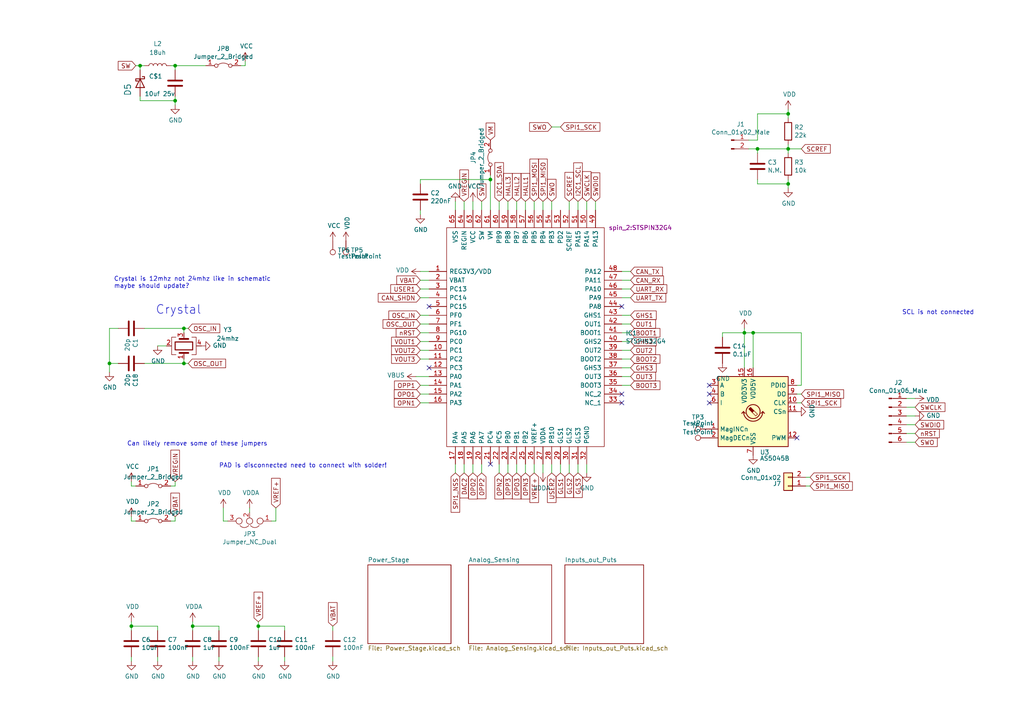
<source format=kicad_sch>
(kicad_sch (version 20221004) (generator eeschema)
  (paper "A4")
  (lib_symbols
    (symbol "Connector:Conn_01x02_Male" (pin_names (offset 1.016) hide)
      (property "Reference" "J" (at 0 2.54 0))
      (property "Value" "Conn_01x02_Male" (at 0 -5.08 0))
      (symbol "Conn_01x02_Male_1_1"
        (polyline (pts (xy 1.27 -2.54) (xy 0.8636 -2.54)) (stroke (width 0.1524)))
        (polyline (pts (xy 1.27 0) (xy 0.8636 0)) (stroke (width 0.1524)))
        (rectangle (start 0.8636 -2.413) (end 0 -2.667) (stroke (width 0.1524)) (fill (type outline)))
        (rectangle (start 0.8636 0.127) (end 0 -0.127) (stroke (width 0.1524)) (fill (type outline)))
        (pin passive line (at 5.08 0 180) (length 3.81) (name "Pin_1") (number "1"))
        (pin passive line (at 5.08 -2.54 180) (length 3.81) (name "Pin_2") (number "2"))
      )
    )
    (symbol "Connector:Conn_01x06_Male" (pin_names (offset 1.016) hide)
      (property "Reference" "J" (at 0 7.62 0))
      (property "Value" "Conn_01x06_Male" (at 0 -10.16 0))
      (symbol "Conn_01x06_Male_1_1"
        (polyline (pts (xy 1.27 -7.62) (xy 0.8636 -7.62)) (stroke (width 0.1524)))
        (polyline (pts (xy 1.27 -5.08) (xy 0.8636 -5.08)) (stroke (width 0.1524)))
        (polyline (pts (xy 1.27 -2.54) (xy 0.8636 -2.54)) (stroke (width 0.1524)))
        (polyline (pts (xy 1.27 0) (xy 0.8636 0)) (stroke (width 0.1524)))
        (polyline (pts (xy 1.27 2.54) (xy 0.8636 2.54)) (stroke (width 0.1524)))
        (polyline (pts (xy 1.27 5.08) (xy 0.8636 5.08)) (stroke (width 0.1524)))
        (rectangle (start 0.8636 -7.493) (end 0 -7.747) (stroke (width 0.1524)) (fill (type outline)))
        (rectangle (start 0.8636 -4.953) (end 0 -5.207) (stroke (width 0.1524)) (fill (type outline)))
        (rectangle (start 0.8636 -2.413) (end 0 -2.667) (stroke (width 0.1524)) (fill (type outline)))
        (rectangle (start 0.8636 0.127) (end 0 -0.127) (stroke (width 0.1524)) (fill (type outline)))
        (rectangle (start 0.8636 2.667) (end 0 2.413) (stroke (width 0.1524)) (fill (type outline)))
        (rectangle (start 0.8636 5.207) (end 0 4.953) (stroke (width 0.1524)) (fill (type outline)))
        (pin passive line (at 5.08 5.08 180) (length 3.81) (name "Pin_1") (number "1"))
        (pin passive line (at 5.08 2.54 180) (length 3.81) (name "Pin_2") (number "2"))
        (pin passive line (at 5.08 0 180) (length 3.81) (name "Pin_3") (number "3"))
        (pin passive line (at 5.08 -2.54 180) (length 3.81) (name "Pin_4") (number "4"))
        (pin passive line (at 5.08 -5.08 180) (length 3.81) (name "Pin_5") (number "5"))
        (pin passive line (at 5.08 -7.62 180) (length 3.81) (name "Pin_6") (number "6"))
      )
    )
    (symbol "Connector:TestPoint" (pin_numbers hide) (pin_names (offset 0.762) hide)
      (property "Reference" "TP" (at 0 6.858 0))
      (property "Value" "TestPoint" (at 0 5.08 0))
      (symbol "TestPoint_0_1"
        (circle (center 0 3.302) (radius 0.762))
      )
      (symbol "TestPoint_1_1"
        (pin passive line (at 0 0 90) (length 2.54) (name "1") (number "1"))
      )
    )
    (symbol "Connector_Generic:Conn_01x02" (pin_names (offset 1.016) hide)
      (property "Reference" "J" (at 0 2.54 0))
      (property "Value" "Conn_01x02" (at 0 -5.08 0))
      (symbol "Conn_01x02_1_1"
        (rectangle (start -1.27 -2.413) (end 0 -2.667) (stroke (width 0.1524)))
        (rectangle (start -1.27 0.127) (end 0 -0.127) (stroke (width 0.1524)))
        (rectangle (start -1.27 1.27) (end 1.27 -3.81) (stroke (width 0.254)) (fill (type background)))
        (pin passive line (at -5.08 0 0) (length 3.81) (name "Pin_1") (number "1"))
        (pin passive line (at -5.08 -2.54 0) (length 3.81) (name "Pin_2") (number "2"))
      )
    )
    (symbol "Device:C" (pin_numbers hide) (pin_names (offset 0.254))
      (property "Reference" "C" (at 0.635 2.54 0))
      (property "Value" "C" (at 0.635 -2.54 0))
      (symbol "C_0_1"
        (polyline (pts (xy -2.032 -0.762) (xy 2.032 -0.762)) (stroke (width 0.508)))
        (polyline (pts (xy -2.032 0.762) (xy 2.032 0.762)) (stroke (width 0.508)))
      )
      (symbol "C_1_1"
        (pin passive line (at 0 3.81 270) (length 2.794) (name "~") (number "1"))
        (pin passive line (at 0 -3.81 90) (length 2.794) (name "~") (number "2"))
      )
    )
    (symbol "Device:Crystal_GND24" (pin_names (offset 1.016) hide)
      (property "Reference" "Y" (at 3.175 5.08 0))
      (property "Value" "Crystal_GND24" (at 3.175 3.175 0))
      (symbol "Crystal_GND24_0_1"
        (rectangle (start -1.143 2.54) (end 1.143 -2.54) (stroke (width 0.3048)))
        (polyline (pts (xy -2.54 0) (xy -2.032 0)))
        (polyline (pts (xy -2.032 -1.27) (xy -2.032 1.27)) (stroke (width 0.508)))
        (polyline (pts (xy 0 -3.81) (xy 0 -3.556)))
        (polyline (pts (xy 0 3.556) (xy 0 3.81)))
        (polyline (pts (xy 2.032 -1.27) (xy 2.032 1.27)) (stroke (width 0.508)))
        (polyline (pts (xy 2.032 0) (xy 2.54 0)))
        (polyline (pts (xy -2.54 -2.286) (xy -2.54 -3.556) (xy 2.54 -3.556) (xy 2.54 -2.286)))
        (polyline (pts (xy -2.54 2.286) (xy -2.54 3.556) (xy 2.54 3.556) (xy 2.54 2.286)))
      )
      (symbol "Crystal_GND24_1_1"
        (pin passive line (at -3.81 0 0) (length 1.27) (name "1") (number "1"))
        (pin passive line (at 0 5.08 270) (length 1.27) (name "2") (number "2"))
        (pin passive line (at 3.81 0 180) (length 1.27) (name "3") (number "3"))
        (pin passive line (at 0 -5.08 90) (length 1.27) (name "4") (number "4"))
      )
    )
    (symbol "Device:Jumper_NC_Dual" (pin_names (offset 0.762) hide)
      (property "Reference" "JP" (at 1.27 -2.54 0))
      (property "Value" "Jumper_NC_Dual" (at 0 2.54 0))
      (symbol "Jumper_NC_Dual_0_1"
        (circle (center -3.048 0) (radius 0.889))
        (arc (start -0.254 1.27) (mid -1.524 1.8804) (end -2.794 1.27))
        (circle (center 0 0) (radius 0.9144))
        (arc (start 2.794 1.27) (mid 1.524 1.8804) (end 0.254 1.27))
        (circle (center 3.048 0) (radius 0.889))
        (pin passive line (at -6.35 0 0) (length 2.413) (name "1") (number "1"))
        (pin passive line (at 0 -2.54 90) (length 1.524) (name "2") (number "2"))
        (pin passive line (at 6.35 0 180) (length 2.413) (name "3") (number "3"))
      )
    )
    (symbol "Device:L" (pin_numbers hide) (pin_names (offset 1.016) hide)
      (property "Reference" "L" (at -1.27 0 90))
      (property "Value" "L" (at 1.905 0 90))
      (symbol "L_0_1"
        (arc (start 0 -2.54) (mid 0.635 -1.905) (end 0 -1.27))
        (arc (start 0 -1.27) (mid 0.635 -0.635) (end 0 0))
        (arc (start 0 0) (mid 0.635 0.635) (end 0 1.27))
        (arc (start 0 1.27) (mid 0.635 1.905) (end 0 2.54))
      )
      (symbol "L_1_1"
        (pin passive line (at 0 3.81 270) (length 1.27) (name "1") (number "1"))
        (pin passive line (at 0 -3.81 90) (length 1.27) (name "2") (number "2"))
      )
    )
    (symbol "Device:R" (pin_numbers hide) (pin_names (offset 0))
      (property "Reference" "R" (at 2.032 0 90))
      (property "Value" "R" (at 0 0 90))
      (symbol "R_0_1"
        (rectangle (start -1.016 -2.54) (end 1.016 2.54) (stroke (width 0.254)))
      )
      (symbol "R_1_1"
        (pin passive line (at 0 3.81 270) (length 1.27) (name "~") (number "1"))
        (pin passive line (at 0 -3.81 90) (length 1.27) (name "~") (number "2"))
      )
    )
    (symbol "Diode:MBR340" (pin_numbers hide) (pin_names (offset 1.016) hide)
      (property "Reference" "D" (at 0 2.54 0))
      (property "Value" "MBR340" (at 0 -2.54 0))
      (symbol "MBR340_0_1"
        (polyline (pts (xy 1.27 0) (xy -1.27 0)))
        (polyline (pts (xy 1.27 1.27) (xy 1.27 -1.27) (xy -1.27 0) (xy 1.27 1.27)) (stroke (width 0.254)))
        (polyline (pts (xy -1.905 0.635) (xy -1.905 1.27) (xy -1.27 1.27) (xy -1.27 -1.27) (xy -0.635 -1.27) (xy -0.635 -0.635)) (stroke (width 0.254)))
      )
      (symbol "MBR340_1_1"
        (pin passive line (at -3.81 0 0) (length 2.54) (name "K") (number "1"))
        (pin passive line (at 3.81 0 180) (length 2.54) (name "A") (number "2"))
      )
    )
    (symbol "Jumper:Jumper_2_Bridged" (pin_names (offset 0) hide)
      (property "Reference" "JP" (at 0 1.905 0))
      (property "Value" "Jumper_2_Bridged" (at 0 -2.54 0))
      (symbol "Jumper_2_Bridged_0_0"
        (circle (center -2.032 0) (radius 0.508))
        (circle (center 2.032 0) (radius 0.508))
      )
      (symbol "Jumper_2_Bridged_0_1"
        (arc (start 1.524 0.254) (mid 0 0.762) (end -1.524 0.254))
      )
      (symbol "Jumper_2_Bridged_1_1"
        (pin passive line (at -5.08 0 0) (length 2.54) (name "A") (number "1"))
        (pin passive line (at 5.08 0 180) (length 2.54) (name "B") (number "2"))
      )
    )
    (symbol "STSPIN32G4:STSPIN32G4" (pin_names (offset 0.762))
      (property "Reference" "IC" (at 52.07 17.78 0))
      (property "Value" "STSPIN32G4" (at 52.07 15.24 0))
      (symbol "STSPIN32G4_0_0"
        (pin passive line (at 0 0 0) (length 5.08) (name "REG3V3/VDD") (number "1"))
        (pin passive line (at 0 -22.86 0) (length 5.08) (name "PC1") (number "10"))
        (pin passive line (at 0 -25.4 0) (length 5.08) (name "PC2") (number "11"))
        (pin passive line (at 0 -27.94 0) (length 5.08) (name "PC3") (number "12"))
        (pin passive line (at 0 -30.48 0) (length 5.08) (name "PA0") (number "13"))
        (pin passive line (at 0 -33.02 0) (length 5.08) (name "PA1") (number "14"))
        (pin passive line (at 0 -35.56 0) (length 5.08) (name "PA2") (number "15"))
        (pin passive line (at 0 -38.1 0) (length 5.08) (name "PA3") (number "16"))
        (pin passive line (at 7.62 -55.88 90) (length 5.08) (name "PA4") (number "17"))
        (pin passive line (at 10.16 -55.88 90) (length 5.08) (name "PA5") (number "18"))
        (pin passive line (at 12.7 -55.88 90) (length 5.08) (name "PA6") (number "19"))
        (pin passive line (at 0 -2.54 0) (length 5.08) (name "VBAT") (number "2"))
        (pin passive line (at 15.24 -55.88 90) (length 5.08) (name "PA7") (number "20"))
        (pin passive line (at 17.78 -55.88 90) (length 5.08) (name "PC4") (number "21"))
        (pin passive line (at 20.32 -55.88 90) (length 5.08) (name "PC5") (number "22"))
        (pin passive line (at 22.86 -55.88 90) (length 5.08) (name "PB0") (number "23"))
        (pin passive line (at 25.4 -55.88 90) (length 5.08) (name "PB1") (number "24"))
        (pin passive line (at 27.94 -55.88 90) (length 5.08) (name "PB2") (number "25"))
        (pin passive line (at 30.48 -55.88 90) (length 5.08) (name "VREF+") (number "26"))
        (pin passive line (at 33.02 -55.88 90) (length 5.08) (name "VDDA") (number "27"))
        (pin passive line (at 35.56 -55.88 90) (length 5.08) (name "PB10") (number "28"))
        (pin passive line (at 38.1 -55.88 90) (length 5.08) (name "GLS1") (number "29"))
        (pin passive line (at 0 -5.08 0) (length 5.08) (name "PC13") (number "3"))
        (pin passive line (at 40.64 -55.88 90) (length 5.08) (name "GLS2") (number "30"))
        (pin passive line (at 43.18 -55.88 90) (length 5.08) (name "GLS3") (number "31"))
        (pin passive line (at 45.72 -55.88 90) (length 5.08) (name "PGND") (number "32"))
        (pin passive line (at 55.88 -38.1 180) (length 5.08) (name "NC_1") (number "33"))
        (pin passive line (at 55.88 -35.56 180) (length 5.08) (name "NC_2") (number "34"))
        (pin passive line (at 55.88 -33.02 180) (length 5.08) (name "BOOT3") (number "35"))
        (pin passive line (at 55.88 -30.48 180) (length 5.08) (name "OUT3") (number "36"))
        (pin passive line (at 55.88 -27.94 180) (length 5.08) (name "GHS3") (number "37"))
        (pin passive line (at 55.88 -25.4 180) (length 5.08) (name "BOOT2") (number "38"))
        (pin passive line (at 55.88 -22.86 180) (length 5.08) (name "OUT2") (number "39"))
        (pin passive line (at 0 -7.62 0) (length 5.08) (name "PC14") (number "4"))
        (pin passive line (at 55.88 -20.32 180) (length 5.08) (name "GHS2") (number "40"))
        (pin passive line (at 55.88 -17.78 180) (length 5.08) (name "BOOT1") (number "41"))
        (pin passive line (at 55.88 -15.24 180) (length 5.08) (name "OUT1") (number "42"))
        (pin passive line (at 55.88 -12.7 180) (length 5.08) (name "GHS1") (number "43"))
        (pin passive line (at 55.88 -10.16 180) (length 5.08) (name "PA8") (number "44"))
        (pin passive line (at 55.88 -7.62 180) (length 5.08) (name "PA9") (number "45"))
        (pin passive line (at 55.88 -5.08 180) (length 5.08) (name "PA10") (number "46"))
        (pin passive line (at 55.88 -2.54 180) (length 5.08) (name "PA11") (number "47"))
        (pin passive line (at 55.88 0 180) (length 5.08) (name "PA12") (number "48"))
        (pin passive line (at 48.26 17.78 270) (length 5.08) (name "PA13") (number "49"))
        (pin passive line (at 0 -10.16 0) (length 5.08) (name "PC15") (number "5"))
        (pin passive line (at 45.72 17.78 270) (length 5.08) (name "PA14") (number "50"))
        (pin passive line (at 43.18 17.78 270) (length 5.08) (name "PA15") (number "51"))
        (pin passive line (at 40.64 17.78 270) (length 5.08) (name "SCREF") (number "52"))
        (pin passive line (at 38.1 17.78 270) (length 5.08) (name "PD2") (number "53"))
        (pin passive line (at 35.56 17.78 270) (length 5.08) (name "PB3") (number "54"))
        (pin passive line (at 33.02 17.78 270) (length 5.08) (name "PB4") (number "55"))
        (pin passive line (at 30.48 17.78 270) (length 5.08) (name "PB5") (number "56"))
        (pin passive line (at 27.94 17.78 270) (length 5.08) (name "PB6") (number "57"))
        (pin passive line (at 25.4 17.78 270) (length 5.08) (name "PB7") (number "58"))
        (pin passive line (at 22.86 17.78 270) (length 5.08) (name "PB8") (number "59"))
        (pin passive line (at 0 -12.7 0) (length 5.08) (name "PF0") (number "6"))
        (pin passive line (at 20.32 17.78 270) (length 5.08) (name "PB9") (number "60"))
        (pin passive line (at 17.78 17.78 270) (length 5.08) (name "VM") (number "61"))
        (pin passive line (at 15.24 17.78 270) (length 5.08) (name "SW") (number "62"))
        (pin passive line (at 12.7 17.78 270) (length 5.08) (name "VCC") (number "63"))
        (pin passive line (at 10.16 17.78 270) (length 5.08) (name "REGIN") (number "64"))
        (pin passive line (at 7.62 17.78 270) (length 5.08) (name "VSS") (number "65"))
        (pin passive line (at 0 -15.24 0) (length 5.08) (name "PF1") (number "7"))
        (pin passive line (at 0 -17.78 0) (length 5.08) (name "PG10") (number "8"))
        (pin passive line (at 0 -20.32 0) (length 5.08) (name "PC0") (number "9"))
      )
      (symbol "STSPIN32G4_0_1"
        (polyline (pts (xy 5.08 12.7) (xy 50.8 12.7) (xy 50.8 -50.8) (xy 5.08 -50.8) (xy 5.08 12.7)) (stroke (width 0.1524)))
      )
    )
    (symbol "Sensor_Magnetic:AS5045B"
      (property "Reference" "U" (at -10.16 11.43 0))
      (property "Value" "AS5045B" (at 11.43 11.43 0))
      (symbol "AS5045B_0_1"
        (rectangle (start -10.16 10.16) (end 10.16 -10.16) (stroke (width 0.254)) (fill (type background)))
        (arc (start -2.794 0) (mid 0 -2.794) (end 2.794 0) (stroke (width 0.254)))
        (polyline (pts (xy -2.794 0) (xy -3.302 -0.508)) (stroke (width 0.254)))
        (polyline (pts (xy -2.794 0) (xy -2.286 -0.508)) (stroke (width 0.254)))
        (polyline (pts (xy 2.794 0) (xy 2.286 -0.508)) (stroke (width 0.254)))
        (polyline (pts (xy 2.794 0) (xy 3.302 -0.508)) (stroke (width 0.254)))
        (polyline (pts (xy 0.254 0.254) (xy 1.27 -0.762) (xy 0.762 -1.27) (xy -0.254 -0.254)))
        (polyline (pts (xy -0.762 1.27) (xy 0.254 0.254) (xy -0.254 -0.254) (xy -1.27 0.762) (xy -1.016 1.016) (xy -0.762 1.27) (xy -0.635 1.143)) (fill (type outline)))
        (circle (center 0 0) (radius 2.032) (stroke (width 0.254)))
      )
      (symbol "AS5045B_1_1"
        (pin open_collector line (at -12.7 -5.08 0) (length 2.54) (name "MagINCn") (number "1"))
        (pin input line (at 12.7 2.54 180) (length 2.54) (name "CLK") (number "10"))
        (pin input line (at 12.7 0 180) (length 2.54) (name "CSn") (number "11"))
        (pin output line (at 12.7 -7.62 180) (length 2.54) (name "PWM") (number "12"))
        (pin no_connect line (at 10.16 -5.08 180) (length 2.54) hide (name "NC") (number "13"))
        (pin no_connect line (at 2.54 -10.16 90) (length 2.54) hide (name "NC") (number "14"))
        (pin power_in line (at -2.54 12.7 270) (length 2.54) (name "VDD3V3") (number "15"))
        (pin power_in line (at 0 12.7 270) (length 2.54) (name "VDD5V") (number "16"))
        (pin open_collector line (at -12.7 -7.62 0) (length 2.54) (name "MagDECn") (number "2"))
        (pin output line (at -12.7 7.62 0) (length 2.54) (name "A") (number "3"))
        (pin output line (at -12.7 5.08 0) (length 2.54) (name "B") (number "4"))
        (pin no_connect line (at 10.16 -2.54 180) (length 2.54) hide (name "NC") (number "5"))
        (pin output line (at -12.7 2.54 0) (length 2.54) (name "I") (number "6"))
        (pin power_in line (at 0 -12.7 90) (length 2.54) (name "VSS") (number "7"))
        (pin input line (at 12.7 7.62 180) (length 2.54) (name "PDIO") (number "8"))
        (pin output line (at 12.7 5.08 180) (length 2.54) (name "DO") (number "9"))
      )
    )
    (symbol "power:GND" (power) (pin_names (offset 0))
      (property "Value" "GND" (at 0 -3.81 0))
      (symbol "GND_0_1"
        (polyline (pts (xy 0 0) (xy 0 -1.27) (xy 1.27 -1.27) (xy 0 -2.54) (xy -1.27 -1.27) (xy 0 -1.27)))
      )
      (symbol "GND_1_1"
        (pin power_in line (at 0 0 270) (length 0) hide (name "GND") (number "1"))
      )
    )
    (symbol "power:VBUS" (power) (pin_names (offset 0))
      (property "Value" "VBUS" (at 0 3.81 0))
      (symbol "VBUS_0_1"
        (polyline (pts (xy -0.762 1.27) (xy 0 2.54)))
        (polyline (pts (xy 0 0) (xy 0 2.54)))
        (polyline (pts (xy 0 2.54) (xy 0.762 1.27)))
      )
      (symbol "VBUS_1_1"
        (pin power_in line (at 0 0 90) (length 0) hide (name "VBUS") (number "1"))
      )
    )
    (symbol "power:VCC" (power) (pin_names (offset 0))
      (property "Value" "VCC" (at 0 3.81 0))
      (symbol "VCC_0_1"
        (polyline (pts (xy -0.762 1.27) (xy 0 2.54)))
        (polyline (pts (xy 0 0) (xy 0 2.54)))
        (polyline (pts (xy 0 2.54) (xy 0.762 1.27)))
      )
      (symbol "VCC_1_1"
        (pin power_in line (at 0 0 90) (length 0) hide (name "VCC") (number "1"))
      )
    )
    (symbol "power:VDD" (power) (pin_names (offset 0))
      (property "Value" "VDD" (at 0 3.81 0))
      (symbol "VDD_0_1"
        (polyline (pts (xy -0.762 1.27) (xy 0 2.54)))
        (polyline (pts (xy 0 0) (xy 0 2.54)))
        (polyline (pts (xy 0 2.54) (xy 0.762 1.27)))
      )
      (symbol "VDD_1_1"
        (pin power_in line (at 0 0 90) (length 0) hide (name "VDD") (number "1"))
      )
    )
    (symbol "power:VDDA" (power) (pin_names (offset 0))
      (property "Value" "VDDA" (at 0 3.81 0))
      (symbol "VDDA_0_1"
        (polyline (pts (xy -0.762 1.27) (xy 0 2.54)))
        (polyline (pts (xy 0 0) (xy 0 2.54)))
        (polyline (pts (xy 0 2.54) (xy 0.762 1.27)))
      )
      (symbol "VDDA_1_1"
        (pin power_in line (at 0 0 90) (length 0) hide (name "VDDA") (number "1"))
      )
    )
  )
  (junction (at 31.75 105.41))
  (junction (at 40.64 19.05))
  (junction (at 55.88 181.61))
  (junction (at 50.8 29.21))
  (junction (at 53.34 105.41))
  (junction (at 228.6 43.18))
  (junction (at 218.44 96.52))
  (junction (at 142.24 52.07))
  (junction (at 50.8 19.05))
  (junction (at 228.6 53.34))
  (junction (at 38.1 181.61))
  (junction (at 74.93 181.61))
  (junction (at 53.34 95.25))
  (junction (at 228.6 33.02))
  (junction (at 215.9 96.52))
  (junction (at 219.71 43.18))
  (no_connect (at 124.46 88.9))
  (no_connect (at 231.14 127))
  (no_connect (at 180.34 88.9))
  (no_connect (at 205.74 116.84))
  (no_connect (at 205.74 111.76))
  (no_connect (at 205.74 114.3))
  (no_connect (at 180.34 114.3))
  (no_connect (at 180.34 116.84))
  (no_connect (at 142.24 134.62))
  (no_connect (at 124.46 106.68))
  (wire (pts (xy 49.53 140.97) (xy 50.8 140.97)))
  (wire (pts (xy 231.14 116.84) (xy 232.41 116.84)))
  (wire (pts (xy 124.46 91.44) (xy 121.92 91.44)))
  (wire (pts (xy 232.41 96.52) (xy 218.44 96.52)))
  (wire (pts (xy 41.91 105.41) (xy 53.34 105.41)))
  (wire (pts (xy 96.52 182.88) (xy 96.52 181.61)))
  (wire (pts (xy 132.08 60.96) (xy 132.08 58.42)))
  (wire (pts (xy 63.5 191.77) (xy 63.5 190.5)))
  (wire (pts (xy 142.24 52.07) (xy 121.92 52.07)))
  (wire (pts (xy 232.41 111.76) (xy 232.41 96.52)))
  (wire (pts (xy 180.34 91.44) (xy 182.88 91.44)))
  (wire (pts (xy 139.7 137.16) (xy 139.7 134.62)))
  (wire (pts (xy 124.46 111.76) (xy 121.92 111.76)))
  (wire (pts (xy 182.88 86.36) (xy 180.34 86.36)))
  (wire (pts (xy 262.89 125.73) (xy 265.43 125.73)))
  (wire (pts (xy 63.5 182.88) (xy 63.5 181.61)))
  (wire (pts (xy 53.34 104.14) (xy 53.34 105.41)))
  (wire (pts (xy 31.75 95.25) (xy 31.75 105.41)))
  (wire (pts (xy 124.46 99.06) (xy 121.92 99.06)))
  (wire (pts (xy 41.91 95.25) (xy 53.34 95.25)))
  (wire (pts (xy 180.34 111.76) (xy 182.88 111.76)))
  (wire (pts (xy 54.61 105.41) (xy 53.34 105.41)))
  (wire (pts (xy 124.46 96.52) (xy 121.92 96.52)))
  (wire (pts (xy 38.1 151.13) (xy 38.1 149.86)))
  (wire (pts (xy 262.89 115.57) (xy 265.43 115.57)))
  (wire (pts (xy 39.37 140.97) (xy 38.1 140.97)))
  (wire (pts (xy 262.89 118.11) (xy 265.43 118.11)))
  (wire (pts (xy 66.04 151.13) (xy 64.77 151.13)))
  (wire (pts (xy 165.1 58.42) (xy 165.1 60.96)))
  (wire (pts (xy 124.46 109.22) (xy 120.65 109.22)))
  (wire (pts (xy 231.14 114.3) (xy 232.41 114.3)))
  (wire (pts (xy 69.85 19.05) (xy 71.12 19.05)))
  (wire (pts (xy 54.61 95.25) (xy 53.34 95.25)))
  (wire (pts (xy 147.32 137.16) (xy 147.32 134.62)))
  (wire (pts (xy 219.71 33.02) (xy 219.71 40.64)))
  (wire (pts (xy 228.6 52.07) (xy 228.6 53.34)))
  (wire (pts (xy 167.64 134.62) (xy 167.64 137.16)))
  (wire (pts (xy 144.78 58.42) (xy 144.78 60.96)))
  (wire (pts (xy 50.8 27.94) (xy 50.8 29.21)))
  (wire (pts (xy 217.17 43.18) (xy 219.71 43.18)))
  (wire (pts (xy 40.64 19.05) (xy 40.64 20.32)))
  (wire (pts (xy 96.52 191.77) (xy 96.52 190.5)))
  (wire (pts (xy 124.46 101.6) (xy 121.92 101.6)))
  (wire (pts (xy 182.88 81.28) (xy 180.34 81.28)))
  (wire (pts (xy 262.89 120.65) (xy 265.43 120.65)))
  (wire (pts (xy 121.92 52.07) (xy 121.92 53.34)))
  (wire (pts (xy 124.46 83.82) (xy 121.92 83.82)))
  (wire (pts (xy 31.75 105.41) (xy 31.75 107.95)))
  (wire (pts (xy 218.44 96.52) (xy 215.9 96.52)))
  (wire (pts (xy 124.46 93.98) (xy 121.92 93.98)))
  (wire (pts (xy 82.55 182.88) (xy 82.55 181.61)))
  (wire (pts (xy 165.1 134.62) (xy 165.1 137.16)))
  (wire (pts (xy 228.6 53.34) (xy 219.71 53.34)))
  (wire (pts (xy 50.8 151.13) (xy 50.8 149.86)))
  (wire (pts (xy 170.18 134.62) (xy 170.18 137.16)))
  (wire (pts (xy 45.72 181.61) (xy 38.1 181.61)))
  (wire (pts (xy 121.92 86.36) (xy 124.46 86.36)))
  (wire (pts (xy 124.46 81.28) (xy 121.92 81.28)))
  (wire (pts (xy 50.8 29.21) (xy 50.8 30.48)))
  (wire (pts (xy 137.16 60.96) (xy 137.16 58.42)))
  (wire (pts (xy 167.64 60.96) (xy 167.64 58.42)))
  (wire (pts (xy 228.6 44.45) (xy 228.6 43.18)))
  (wire (pts (xy 50.8 140.97) (xy 50.8 139.7)))
  (wire (pts (xy 40.64 27.94) (xy 40.64 29.21)))
  (wire (pts (xy 215.9 95.25) (xy 215.9 96.52)))
  (wire (pts (xy 160.02 36.83) (xy 162.56 36.83)))
  (wire (pts (xy 228.6 43.18) (xy 228.6 41.91)))
  (wire (pts (xy 234.95 138.43) (xy 233.68 138.43)))
  (wire (pts (xy 152.4 137.16) (xy 152.4 134.62)))
  (wire (pts (xy 228.6 34.29) (xy 228.6 33.02)))
  (wire (pts (xy 228.6 33.02) (xy 219.71 33.02)))
  (wire (pts (xy 157.48 58.42) (xy 157.48 60.96)))
  (wire (pts (xy 219.71 43.18) (xy 228.6 43.18)))
  (wire (pts (xy 160.02 60.96) (xy 160.02 58.42)))
  (wire (pts (xy 74.93 181.61) (xy 74.93 180.34)))
  (wire (pts (xy 180.34 93.98) (xy 182.88 93.98)))
  (wire (pts (xy 50.8 19.05) (xy 50.8 20.32)))
  (wire (pts (xy 180.34 101.6) (xy 182.88 101.6)))
  (wire (pts (xy 132.08 137.16) (xy 132.08 134.62)))
  (wire (pts (xy 170.18 60.96) (xy 170.18 58.42)))
  (wire (pts (xy 182.88 78.74) (xy 180.34 78.74)))
  (wire (pts (xy 234.95 140.97) (xy 233.68 140.97)))
  (wire (pts (xy 39.37 151.13) (xy 38.1 151.13)))
  (wire (pts (xy 39.37 19.05) (xy 40.64 19.05)))
  (wire (pts (xy 71.12 19.05) (xy 71.12 17.78)))
  (wire (pts (xy 157.48 134.62) (xy 157.48 137.16)))
  (wire (pts (xy 50.8 19.05) (xy 59.69 19.05)))
  (wire (pts (xy 40.64 19.05) (xy 41.91 19.05)))
  (wire (pts (xy 45.72 191.77) (xy 45.72 190.5)))
  (wire (pts (xy 209.55 97.79) (xy 209.55 96.52)))
  (wire (pts (xy 124.46 78.74) (xy 121.92 78.74)))
  (wire (pts (xy 49.53 19.05) (xy 50.8 19.05)))
  (wire (pts (xy 149.86 137.16) (xy 149.86 134.62)))
  (wire (pts (xy 38.1 140.97) (xy 38.1 139.7)))
  (wire (pts (xy 80.01 151.13) (xy 80.01 147.32)))
  (wire (pts (xy 55.88 191.77) (xy 55.88 190.5)))
  (wire (pts (xy 215.9 96.52) (xy 215.9 106.68)))
  (wire (pts (xy 231.14 111.76) (xy 232.41 111.76)))
  (wire (pts (xy 121.92 62.23) (xy 121.92 60.96)))
  (wire (pts (xy 74.93 182.88) (xy 74.93 181.61)))
  (wire (pts (xy 142.24 52.07) (xy 142.24 50.8)))
  (wire (pts (xy 180.34 104.14) (xy 182.88 104.14)))
  (wire (pts (xy 34.29 105.41) (xy 31.75 105.41)))
  (wire (pts (xy 55.88 182.88) (xy 55.88 181.61)))
  (wire (pts (xy 63.5 181.61) (xy 55.88 181.61)))
  (wire (pts (xy 34.29 95.25) (xy 31.75 95.25)))
  (wire (pts (xy 124.46 104.14) (xy 121.92 104.14)))
  (wire (pts (xy 182.88 83.82) (xy 180.34 83.82)))
  (wire (pts (xy 149.86 60.96) (xy 149.86 58.42)))
  (wire (pts (xy 124.46 114.3) (xy 121.92 114.3)))
  (wire (pts (xy 82.55 191.77) (xy 82.55 190.5)))
  (wire (pts (xy 134.62 137.16) (xy 134.62 134.62)))
  (wire (pts (xy 218.44 106.68) (xy 218.44 96.52)))
  (wire (pts (xy 45.72 182.88) (xy 45.72 181.61)))
  (wire (pts (xy 40.64 29.21) (xy 50.8 29.21)))
  (wire (pts (xy 262.89 123.19) (xy 265.43 123.19)))
  (wire (pts (xy 124.46 116.84) (xy 121.92 116.84)))
  (wire (pts (xy 144.78 137.16) (xy 144.78 134.62)))
  (wire (pts (xy 228.6 33.02) (xy 228.6 31.75)))
  (wire (pts (xy 180.34 109.22) (xy 182.88 109.22)))
  (wire (pts (xy 55.88 181.61) (xy 55.88 180.34)))
  (wire (pts (xy 139.7 60.96) (xy 139.7 58.42)))
  (wire (pts (xy 38.1 191.77) (xy 38.1 190.5)))
  (wire (pts (xy 78.74 151.13) (xy 80.01 151.13)))
  (wire (pts (xy 134.62 58.42) (xy 134.62 60.96)))
  (wire (pts (xy 142.24 60.96) (xy 142.24 52.07)))
  (wire (pts (xy 228.6 43.18) (xy 232.41 43.18)))
  (wire (pts (xy 49.53 151.13) (xy 50.8 151.13)))
  (wire (pts (xy 262.89 128.27) (xy 265.43 128.27)))
  (wire (pts (xy 64.77 147.32) (xy 64.77 151.13)))
  (wire (pts (xy 74.93 191.77) (xy 74.93 190.5)))
  (wire (pts (xy 180.34 99.06) (xy 182.88 99.06)))
  (wire (pts (xy 219.71 40.64) (xy 217.17 40.64)))
  (wire (pts (xy 162.56 134.62) (xy 162.56 137.16)))
  (wire (pts (xy 53.34 96.52) (xy 53.34 95.25)))
  (wire (pts (xy 219.71 43.18) (xy 219.71 44.45)))
  (wire (pts (xy 152.4 60.96) (xy 152.4 58.42)))
  (wire (pts (xy 154.94 58.42) (xy 154.94 60.96)))
  (wire (pts (xy 219.71 53.34) (xy 219.71 52.07)))
  (wire (pts (xy 72.39 148.59) (xy 72.39 147.32)))
  (wire (pts (xy 137.16 137.16) (xy 137.16 134.62)))
  (wire (pts (xy 147.32 60.96) (xy 147.32 58.42)))
  (wire (pts (xy 45.72 100.33) (xy 48.26 100.33)))
  (wire (pts (xy 38.1 182.88) (xy 38.1 181.61)))
  (wire (pts (xy 172.72 60.96) (xy 172.72 58.42)))
  (wire (pts (xy 82.55 181.61) (xy 74.93 181.61)))
  (wire (pts (xy 209.55 96.52) (xy 215.9 96.52)))
  (wire (pts (xy 180.34 106.68) (xy 182.88 106.68)))
  (wire (pts (xy 38.1 181.61) (xy 38.1 180.34)))
  (wire (pts (xy 228.6 53.34) (xy 228.6 54.61)))
  (wire (pts (xy 180.34 96.52) (xy 182.88 96.52)))
  (wire (pts (xy 160.02 134.62) (xy 160.02 137.16)))
  (wire (pts (xy 154.94 134.62) (xy 154.94 137.16)))
  (image (at 448.31 104.14) (scale 2.23588))
  (text "Crystal" (at 45.085 91.44 0) (effects (font (size 2.54 2.54)) (justify left bottom)))
  (text "PAD is disconnected need to connect with solder!\n" (at 63.5 135.89 0) (effects (font (size 1.27 1.27)) (justify left bottom)))
  (text "Crystal is 12mhz not 24mhz like in schematic\nmaybe should update?\n" (at 33.02 83.82 0) (effects (font (size 1.27 1.27)) (justify left bottom)))
  (text "SCL is not connected\n" (at 261.62 91.44 0) (effects (font (size 1.27 1.27)) (justify left bottom)))
  (text "Can likely remove some of these jumpers" (at 36.83 129.54 0) (effects (font (size 1.27 1.27)) (justify left bottom)))
  (global_label "OPP1" (shape input) (at 121.92 111.76 180) (property "Intersheet References" "${INTERSHEET_REFS}" (effects hide)))
  (global_label "nRST" (shape input) (at 265.43 125.73 0) (property "Intersheet References" "${INTERSHEET_REFS}" (effects hide)))
  (global_label "HALL1" (shape input) (at 152.4 58.42 90) (property "Intersheet References" "${INTERSHEET_REFS}" (effects hide)))
  (global_label "USER1" (shape input) (at 121.92 83.82 180) (property "Intersheet References" "${INTERSHEET_REFS}" (effects hide)))
  (global_label "SCREF" (shape input) (at 232.41 43.18 0) (property "Intersheet References" "${INTERSHEET_REFS}" (effects hide)))
  (global_label "GLS1" (shape input) (at 162.56 137.16 270) (property "Intersheet References" "${INTERSHEET_REFS}" (effects hide)))
  (global_label "HALL2" (shape input) (at 149.86 58.42 90) (property "Intersheet References" "${INTERSHEET_REFS}" (effects hide)))
  (global_label "SWCLK" (shape input) (at 265.43 118.11 0) (property "Intersheet References" "${INTERSHEET_REFS}" (effects hide)))
  (global_label "UART_TX" (shape input) (at 182.88 86.36 0) (property "Intersheet References" "${INTERSHEET_REFS}" (effects hide)))
  (global_label "SW" (shape input) (at 139.7 58.42 90) (property "Intersheet References" "${INTERSHEET_REFS}" (effects hide)))
  (global_label "CAN_TX" (shape input) (at 182.88 78.74 0) (property "Intersheet References" "${INTERSHEET_REFS}" (effects hide)))
  (global_label "VBAT" (shape input) (at 121.92 81.28 180) (property "Intersheet References" "${INTERSHEET_REFS}" (effects hide)))
  (global_label "VREGIN" (shape input) (at 134.62 58.42 90) (property "Intersheet References" "${INTERSHEET_REFS}" (effects hide)))
  (global_label "OSC_IN" (shape input) (at 121.92 91.44 180) (property "Intersheet References" "${INTERSHEET_REFS}" (effects hide)))
  (global_label "USER2" (shape input) (at 160.02 137.16 270) (property "Intersheet References" "${INTERSHEET_REFS}" (effects hide)))
  (global_label "OSC_OUT" (shape input) (at 121.92 93.98 180) (property "Intersheet References" "${INTERSHEET_REFS}" (effects hide)))
  (global_label "SWO" (shape input) (at 160.02 58.42 90) (property "Intersheet References" "${INTERSHEET_REFS}" (effects hide)))
  (global_label "GHS3" (shape input) (at 182.88 106.68 0) (property "Intersheet References" "${INTERSHEET_REFS}" (effects hide)))
  (global_label "SPI1_MISO" (shape input) (at 232.41 114.3 0) (property "Intersheet References" "${INTERSHEET_REFS}" (effects hide)))
  (global_label "VREGIN" (shape input) (at 50.8 139.7 90) (property "Intersheet References" "${INTERSHEET_REFS}" (effects hide)))
  (global_label "OPN2" (shape input) (at 144.78 137.16 270) (property "Intersheet References" "${INTERSHEET_REFS}" (effects hide)))
  (global_label "GHS1" (shape input) (at 182.88 91.44 0) (property "Intersheet References" "${INTERSHEET_REFS}" (effects hide)))
  (global_label "nRST" (shape input) (at 121.92 96.52 180) (property "Intersheet References" "${INTERSHEET_REFS}" (effects hide)))
  (global_label "OPP2" (shape input) (at 139.7 137.16 270) (property "Intersheet References" "${INTERSHEET_REFS}" (effects hide)))
  (global_label "SPI1_NSS" (shape input) (at 132.08 137.16 270) (property "Intersheet References" "${INTERSHEET_REFS}" (effects hide)))
  (global_label "OSC_IN" (shape input) (at 54.61 95.25 0) (property "Intersheet References" "${INTERSHEET_REFS}" (effects hide)))
  (global_label "I2C1_SCL" (shape input) (at 167.64 58.42 90) (property "Intersheet References" "${INTERSHEET_REFS}" (effects hide)))
  (global_label "SPI1_SCK" (shape input) (at 232.41 116.84 0) (property "Intersheet References" "${INTERSHEET_REFS}" (effects hide)))
  (global_label "BOOT1" (shape input) (at 182.88 96.52 0) (property "Intersheet References" "${INTERSHEET_REFS}" (effects hide)))
  (global_label "SWDIO" (shape input) (at 265.43 123.19 0) (property "Intersheet References" "${INTERSHEET_REFS}" (effects hide)))
  (global_label "SWO" (shape input) (at 265.43 128.27 0) (property "Intersheet References" "${INTERSHEET_REFS}" (effects hide)))
  (global_label "CAN_RX" (shape input) (at 182.88 81.28 0) (property "Intersheet References" "${INTERSHEET_REFS}" (effects hide)))
  (global_label "OUT3" (shape input) (at 182.88 109.22 0) (property "Intersheet References" "${INTERSHEET_REFS}" (effects hide)))
  (global_label "GLS2" (shape input) (at 165.1 137.16 270) (property "Intersheet References" "${INTERSHEET_REFS}" (effects hide)))
  (global_label "SPI1_MISO" (shape input) (at 157.48 58.42 90) (property "Intersheet References" "${INTERSHEET_REFS}" (effects hide)))
  (global_label "OPO2" (shape input) (at 137.16 137.16 270) (property "Intersheet References" "${INTERSHEET_REFS}" (effects hide)))
  (global_label "OUT2" (shape input) (at 182.88 101.6 0) (property "Intersheet References" "${INTERSHEET_REFS}" (effects hide)))
  (global_label "VBAT" (shape input) (at 50.8 149.86 90) (property "Intersheet References" "${INTERSHEET_REFS}" (effects hide)))
  (global_label "GHS2" (shape input) (at 182.88 99.06 0) (property "Intersheet References" "${INTERSHEET_REFS}" (effects hide)))
  (global_label "VREF+" (shape input) (at 74.93 180.34 90) (property "Intersheet References" "${INTERSHEET_REFS}" (effects hide)))
  (global_label "SPI1_SCK" (shape input) (at 162.56 36.83 0) (property "Intersheetrefs" "${INTERSHEET_REFS}" (effects hide)))
  (global_label "OPN3" (shape input) (at 152.4 137.16 270) (property "Intersheet References" "${INTERSHEET_REFS}" (effects hide)))
  (global_label "VREF+" (shape input) (at 154.94 137.16 270) (property "Intersheet References" "${INTERSHEET_REFS}" (effects hide)))
  (global_label "VOUT2" (shape input) (at 121.92 101.6 180) (property "Intersheet References" "${INTERSHEET_REFS}" (effects hide)))
  (global_label "CAN_SHDN" (shape input) (at 121.92 86.36 180) (property "Intersheet References" "${INTERSHEET_REFS}" (effects hide)))
  (global_label "SPI1_MOSI" (shape input) (at 154.94 58.42 90) (property "Intersheet References" "${INTERSHEET_REFS}" (effects hide)))
  (global_label "OUT1" (shape input) (at 182.88 93.98 0) (property "Intersheet References" "${INTERSHEET_REFS}" (effects hide)))
  (global_label "OPP3" (shape input) (at 147.32 137.16 270) (property "Intersheet References" "${INTERSHEET_REFS}" (effects hide)))
  (global_label "SCREF" (shape input) (at 165.1 58.42 90) (property "Intersheet References" "${INTERSHEET_REFS}" (effects hide)))
  (global_label "OPO3" (shape input) (at 149.86 137.16 270) (property "Intersheet References" "${INTERSHEET_REFS}" (effects hide)))
  (global_label "SWCLK" (shape input) (at 170.18 58.42 90) (property "Intersheet References" "${INTERSHEET_REFS}" (effects hide)))
  (global_label "SPI1_SCK" (shape input) (at 234.95 138.43 0) (property "Intersheet References" "${INTERSHEET_REFS}" (effects hide)))
  (global_label "VOUT1" (shape input) (at 121.92 99.06 180) (property "Intersheet References" "${INTERSHEET_REFS}" (effects hide)))
  (global_label "VBAT" (shape input) (at 96.52 181.61 90) (property "Intersheet References" "${INTERSHEET_REFS}" (effects hide)))
  (global_label "UART_RX" (shape input) (at 182.88 83.82 0) (property "Intersheet References" "${INTERSHEET_REFS}" (effects hide)))
  (global_label "BOOT2" (shape input) (at 182.88 104.14 0) (property "Intersheet References" "${INTERSHEET_REFS}" (effects hide)))
  (global_label "VM" (shape input) (at 142.24 40.64 90) (property "Intersheet References" "${INTERSHEET_REFS}" (effects hide)))
  (global_label "I2C1_SDA" (shape input) (at 144.78 58.42 90) (property "Intersheet References" "${INTERSHEET_REFS}" (effects hide)))
  (global_label "HALL3" (shape input) (at 147.32 58.42 90) (property "Intersheet References" "${INTERSHEET_REFS}" (effects hide)))
  (global_label "SWDIO" (shape input) (at 172.72 58.42 90) (property "Intersheet References" "${INTERSHEET_REFS}" (effects hide)))
  (global_label "SPI1_MISO" (shape input) (at 234.95 140.97 0) (property "Intersheet References" "${INTERSHEET_REFS}" (effects hide)))
  (global_label "OPO1" (shape input) (at 121.92 114.3 180) (property "Intersheet References" "${INTERSHEET_REFS}" (effects hide)))
  (global_label "GLS3" (shape input) (at 167.64 137.16 270) (property "Intersheet References" "${INTERSHEET_REFS}" (effects hide)))
  (global_label "BOOT3" (shape input) (at 182.88 111.76 0) (property "Intersheet References" "${INTERSHEET_REFS}" (effects hide)))
  (global_label "SW" (shape input) (at 39.37 19.05 180) (property "Intersheet References" "${INTERSHEET_REFS}" (effects hide)))
  (global_label "OPN1" (shape input) (at 121.92 116.84 180) (property "Intersheet References" "${INTERSHEET_REFS}" (effects hide)))
  (global_label "OSC_OUT" (shape input) (at 54.61 105.41 0) (property "Intersheet References" "${INTERSHEET_REFS}" (effects hide)))
  (global_label "VOUT3" (shape input) (at 121.92 104.14 180) (property "Intersheet References" "${INTERSHEET_REFS}" (effects hide)))
  (global_label "DAC2" (shape input) (at 134.62 137.16 270) (property "Intersheet References" "${INTERSHEET_REFS}" (effects hide)))
  (global_label "SWO" (shape input) (at 160.02 36.83 180) (property "Intersheet References" "${INTERSHEET_REFS}" (effects hide)))
  (global_label "VREF+" (shape input) (at 80.01 147.32 90) (property "Intersheet References" "${INTERSHEET_REFS}" (effects hide)))
  (symbol (lib_id "STSPIN32G4:STSPIN32G4") (at 124.46 78.74 0) (unit 1)
    (property "Reference" "IC1" (at 181.4576 96.6216 0) (effects (justify left)))
    (property "Value" "STSPIN32G4" (at 181.4576 98.933 0) (effects (justify left)))
    (property "Footprint" "spin_2:STSPIN32G4" (at 176.53 66.04 0) (effects (justify left)))
    (property "Datasheet" "https://www.st.com/resource/en/datasheet/stspin32g4.pdf" (effects hide))
    (property "Description" "3-PHASE BRUSHLESS MOTOR CONTROLL" (effects hide))
    (property "Height" "1" (effects hide))
    (property "Manufacturer_Name" "STMicroelectronics" (effects hide))
    (property "Manufacturer_Part_Number" "STSPIN32G4" (effects hide))
    (property "Mouser Part Number" "511-STSPIN32G4" (effects hide))
    (property "Mouser Price/Stock" "https://www.mouser.co.uk/ProductDetail/STMicroelectronics/STSPIN32G4?qs=DRkmTr78QAT8JT82Qbof2g%3D%3D" (effects hide))
  )
  (symbol (lib_id "power:VCC") (at 137.16 58.42 0) (unit 1)
    (property "Reference" "#PWR0153" (effects hide))
    (property "Value" "VCC" (at 137.541 54.0258 0))
  )
  (symbol (lib_id "power:VDD") (at 121.92 78.74 90) (unit 1)
    (property "Reference" "#PWR0152" (effects hide))
    (property "Value" "VDD" (at 118.6942 78.359 90) (effects (justify left)))
  )
  (symbol (lib_id "power:VBUS") (at 120.65 109.22 90) (unit 1)
    (property "Reference" "#PWR0101" (effects hide))
    (property "Value" "VBUS" (at 117.4242 108.839 90) (effects (justify left)))
  )
  (symbol (lib_id "Device:C") (at 121.92 57.15 0) (unit 1)
    (property "Reference" "C2" (at 124.841 55.9816 0) (effects (justify left)))
    (property "Value" "220nF" (at 124.841 58.293 0) (effects (justify left)))
    (property "Footprint" "Capacitor_SMD:C_0805_2012Metric" (effects hide))
  )
  (symbol (lib_id "Device:C") (at 219.71 48.26 0) (unit 1)
    (property "Reference" "C3" (at 222.631 47.0916 0) (effects (justify left)))
    (property "Value" "N.M." (at 222.631 49.403 0) (effects (justify left)))
    (property "Footprint" "Capacitor_SMD:C_0603_1608Metric" (effects hide))
  )
  (symbol (lib_id "power:VDD") (at 228.6 31.75 0) (unit 1)
    (property "Reference" "#PWR0117" (effects hide))
    (property "Value" "VDD" (at 228.981 27.3558 0))
  )
  (symbol (lib_id "Device:R") (at 228.6 38.1 0) (unit 1)
    (property "Reference" "R2" (at 230.378 36.9316 0) (effects (justify left)))
    (property "Value" "22k" (at 230.378 39.243 0) (effects (justify left)))
    (property "Footprint" "Resistor_SMD:R_0603_1608Metric" (effects hide))
    (property "LCSC Part" "C31850" (effects hide))
  )
  (symbol (lib_id "Device:R") (at 228.6 48.26 0) (unit 1)
    (property "Reference" "R3" (at 230.378 47.0916 0) (effects (justify left)))
    (property "Value" "10k" (at 230.378 49.403 0) (effects (justify left)))
    (property "Footprint" "Resistor_SMD:R_0603_1608Metric" (effects hide))
    (property "LCSC Part" "C25804" (effects hide))
  )
  (symbol (lib_id "power:GND") (at 228.6 54.61 0) (unit 1)
    (property "Reference" "#PWR0118" (effects hide))
    (property "Value" "GND" (at 228.727 59.0042 0))
  )
  (symbol (lib_id "power:GND") (at 170.18 137.16 0) (unit 1)
    (property "Reference" "#PWR0102" (effects hide))
    (property "Value" "GND" (at 170.307 141.5542 0))
  )
  (symbol (lib_id "power:GND") (at 132.08 58.42 180) (unit 1)
    (property "Reference" "#PWR0121" (effects hide))
    (property "Value" "GND" (at 131.953 54.0258 0))
  )
  (symbol (lib_id "power:GND") (at 121.92 62.23 0) (unit 1)
    (property "Reference" "#PWR0104" (effects hide))
    (property "Value" "GND" (at 122.047 66.6242 0))
  )
  (symbol (lib_id "Jumper:Jumper_2_Bridged") (at 44.45 140.97 0) (unit 1)
    (property "Reference" "JP1" (at 44.45 136.017 0))
    (property "Value" "Jumper_2_Bridged" (at 44.45 138.3284 0))
    (property "Footprint" "Jumper:SolderJumper-2_P1.3mm_Bridged_RoundedPad1.0x1.5mm" (effects hide))
  )
  (symbol (lib_id "Jumper:Jumper_2_Bridged") (at 44.45 151.13 0) (unit 1)
    (property "Reference" "JP2" (at 44.45 146.177 0))
    (property "Value" "Jumper_2_Bridged" (at 44.45 148.4884 0))
    (property "Footprint" "Jumper:SolderJumper-2_P1.3mm_Bridged_RoundedPad1.0x1.5mm" (effects hide))
  )
  (symbol (lib_id "Device:Jumper_NC_Dual") (at 72.39 151.13 180) (unit 1)
    (property "Reference" "JP3" (at 72.39 154.8638 0))
    (property "Value" "Jumper_NC_Dual" (at 72.39 157.1752 0))
    (property "Footprint" "Jumper:SolderJumper-3_P1.3mm_Open_RoundedPad1.0x1.5mm_NumberLabels" (effects hide))
  )
  (symbol (lib_id "power:VCC") (at 38.1 139.7 0) (unit 1)
    (property "Reference" "#PWR0114" (effects hide))
    (property "Value" "VCC" (at 38.481 135.3058 0))
  )
  (symbol (lib_id "power:VDD") (at 38.1 149.86 0) (unit 1)
    (property "Reference" "#PWR0110" (effects hide))
    (property "Value" "VDD" (at 38.481 145.4658 0))
  )
  (symbol (lib_id "power:VDD") (at 64.77 147.32 0) (unit 1)
    (property "Reference" "#PWR0111" (effects hide))
    (property "Value" "VDD" (at 65.151 142.9258 0))
  )
  (symbol (lib_id "power:VDDA") (at 72.39 147.32 0) (unit 1)
    (property "Reference" "#PWR0112" (effects hide))
    (property "Value" "VDDA" (at 72.771 142.9258 0))
  )
  (symbol (lib_id "power:VDD") (at 38.1 180.34 0) (unit 1)
    (property "Reference" "#PWR0124" (effects hide))
    (property "Value" "VDD" (at 38.481 175.9458 0))
  )
  (symbol (lib_id "power:VDDA") (at 55.88 180.34 0) (unit 1)
    (property "Reference" "#PWR0129" (effects hide))
    (property "Value" "VDDA" (at 56.261 175.9458 0))
  )
  (symbol (lib_id "power:GND") (at 58.42 100.33 90) (unit 1)
    (property "Reference" "#PWR0113" (effects hide))
    (property "Value" "GND" (at 61.6712 100.203 90) (effects (justify right)))
  )
  (symbol (lib_id "Jumper:Jumper_2_Bridged") (at 142.24 45.72 90) (unit 1)
    (property "Reference" "JP4" (at 137.287 45.72 0))
    (property "Value" "Jumper_2_Bridged" (at 139.5984 45.72 0))
    (property "Footprint" "Jumper:SolderJumper-2_P1.3mm_Bridged_RoundedPad1.0x1.5mm" (effects hide))
  )
  (symbol (lib_id "Connector:Conn_01x02_Male") (at 212.09 40.64 0) (unit 1)
    (property "Reference" "J1" (at 214.8332 36.0426 0))
    (property "Value" "Conn_01x02_Male" (at 214.8332 38.354 0))
    (property "Footprint" "Connector_PinSocket_2.54mm:PinSocket_1x02_P2.54mm_Vertical" (effects hide))
  )
  (symbol (lib_id "Device:C") (at 38.1 186.69 0) (unit 1)
    (property "Reference" "C6" (at 41.021 185.5216 0) (effects (justify left)))
    (property "Value" "10uF" (at 41.021 187.833 0) (effects (justify left)))
    (property "Footprint" "Capacitor_SMD:C_0805_2012Metric" (effects hide))
    (property "LCSC Part" "C15850" (effects hide))
  )
  (symbol (lib_id "Device:C") (at 45.72 186.69 0) (unit 1)
    (property "Reference" "C7" (at 48.641 185.5216 0) (effects (justify left)))
    (property "Value" "100nF" (at 48.641 187.833 0) (effects (justify left)))
    (property "Footprint" "Capacitor_SMD:C_0603_1608Metric" (effects hide))
    (property "LCSC Part" "C14663" (effects hide))
  )
  (symbol (lib_id "power:GND") (at 38.1 191.77 0) (unit 1)
    (property "Reference" "#PWR0123" (effects hide))
    (property "Value" "GND" (at 38.227 196.1642 0))
  )
  (symbol (lib_id "power:GND") (at 45.72 191.77 0) (unit 1)
    (property "Reference" "#PWR0127" (effects hide))
    (property "Value" "GND" (at 45.847 196.1642 0))
  )
  (symbol (lib_id "power:VDDA") (at 157.48 137.16 180) (unit 1)
    (property "Reference" "#PWR0103" (effects hide))
    (property "Value" "VDDA" (at 157.099 141.5542 0))
  )
  (symbol (lib_id "Connector:Conn_01x06_Male") (at 257.81 120.65 0) (unit 1)
    (property "Reference" "J2" (at 260.5532 110.9726 0))
    (property "Value" "Conn_01x06_Male" (at 260.5532 113.284 0))
    (property "Footprint" "Connector_PinSocket_2.54mm:PinSocket_1x06_P2.54mm_Vertical" (effects hide))
  )
  (symbol (lib_id "power:VDD") (at 265.43 115.57 270) (unit 1)
    (property "Reference" "#PWR0115" (effects hide))
    (property "Value" "VDD" (at 268.6812 115.951 90) (effects (justify left)))
  )
  (symbol (lib_id "power:GND") (at 265.43 120.65 90) (unit 1)
    (property "Reference" "#PWR0116" (effects hide))
    (property "Value" "GND" (at 268.6812 120.523 90) (effects (justify right)))
  )
  (symbol (lib_id "power:GND") (at 63.5 191.77 0) (unit 1)
    (property "Reference" "#PWR0130" (effects hide))
    (property "Value" "GND" (at 63.627 196.1642 0))
  )
  (symbol (lib_id "power:GND") (at 55.88 191.77 0) (unit 1)
    (property "Reference" "#PWR0128" (effects hide))
    (property "Value" "GND" (at 56.007 196.1642 0))
  )
  (symbol (lib_id "Device:C") (at 63.5 186.69 0) (unit 1)
    (property "Reference" "C9" (at 66.421 185.5216 0) (effects (justify left)))
    (property "Value" "100nF" (at 66.421 187.833 0) (effects (justify left)))
    (property "Footprint" "Capacitor_SMD:C_0603_1608Metric" (effects hide))
    (property "LCSC Part" "C14663" (effects hide))
  )
  (symbol (lib_id "Device:C") (at 55.88 186.69 0) (unit 1)
    (property "Reference" "C8" (at 58.801 185.5216 0) (effects (justify left)))
    (property "Value" "1uF" (at 58.801 187.833 0) (effects (justify left)))
    (property "Footprint" "Capacitor_SMD:C_0603_1608Metric" (effects hide))
    (property "LCSC Part" "C15849" (effects hide))
  )
  (symbol (lib_id "power:GND") (at 82.55 191.77 0) (unit 1)
    (property "Reference" "#PWR0125" (effects hide))
    (property "Value" "GND" (at 82.677 196.1642 0))
  )
  (symbol (lib_id "power:GND") (at 74.93 191.77 0) (unit 1)
    (property "Reference" "#PWR0126" (effects hide))
    (property "Value" "GND" (at 75.057 196.1642 0))
  )
  (symbol (lib_id "Device:C") (at 82.55 186.69 0) (unit 1)
    (property "Reference" "C11" (at 85.471 185.5216 0) (effects (justify left)))
    (property "Value" "100nF" (at 85.471 187.833 0) (effects (justify left)))
    (property "Footprint" "Capacitor_SMD:C_0603_1608Metric" (effects hide))
    (property "LCSC Part" "C14663" (effects hide))
  )
  (symbol (lib_id "power:GND") (at 96.52 191.77 0) (unit 1)
    (property "Reference" "#PWR0122" (effects hide))
    (property "Value" "GND" (at 96.647 196.1642 0))
  )
  (symbol (lib_id "Device:C") (at 96.52 186.69 0) (unit 1)
    (property "Reference" "C12" (at 99.441 185.5216 0) (effects (justify left)))
    (property "Value" "100nF" (at 99.441 187.833 0) (effects (justify left)))
    (property "Footprint" "Capacitor_SMD:C_0603_1608Metric" (effects hide))
    (property "LCSC Part" "C14663" (effects hide))
  )
  (symbol (lib_id "Device:C") (at 74.93 186.69 0) (unit 1)
    (property "Reference" "C10" (at 77.851 185.5216 0) (effects (justify left)))
    (property "Value" "1uF" (at 77.851 187.833 0) (effects (justify left)))
    (property "Footprint" "Capacitor_SMD:C_0603_1608Metric" (effects hide))
    (property "LCSC Part" "C15849" (effects hide))
  )
  (symbol (lib_id "power:VCC") (at 71.12 17.78 0) (unit 1)
    (property "Reference" "#PWR0106" (effects hide))
    (property "Value" "VCC" (at 71.501 13.3858 0))
  )
  (symbol (lib_id "Connector:TestPoint") (at 96.52 69.85 180) (unit 1)
    (property "Reference" "TP6" (at 97.917 72.5575 0) (effects (justify right)))
    (property "Value" "TestPoint" (at 97.917 74.3197 0) (effects (justify right)))
    (property "Footprint" "TestPoint:TestPoint_Pad_D1.0mm" (effects hide))
  )
  (symbol (lib_id "power:GND") (at 218.44 132.08 0) (unit 1)
    (property "Reference" "#PWR0107" (effects hide))
    (property "Value" "GND" (at 218.567 136.4742 0))
  )
  (symbol (lib_id "Device:L") (at 45.72 19.05 90) (unit 1)
    (property "Reference" "L2" (at 45.72 12.7 90))
    (property "Value" "18uh" (at 45.72 15.24 90))
    (property "Footprint" "Inductor_SMD:L_Bourns-SRN6028" (effects hide))
    (property "LCSC" "C467143" (effects hide))
  )
  (symbol (lib_id "Device:C") (at 50.8 24.13 0) (unit 1)
    (property "Reference" "C$1" (at 43.18 22.86 0) (effects (justify left bottom)))
    (property "Value" "10uf 25v" (at 41.91 27.94 0) (effects (justify left bottom)))
    (property "Footprint" "Capacitor_SMD:C_0805_2012Metric" (effects hide))
  )
  (symbol (lib_id "power:GND") (at 209.55 105.41 0) (unit 1)
    (property "Reference" "#PWR0108" (effects hide))
    (property "Value" "GND" (at 209.677 109.8042 0))
  )
  (symbol (lib_id "Connector:TestPoint") (at 100.33 69.85 180) (unit 1)
    (property "Reference" "TP5" (at 101.727 72.5575 0) (effects (justify right)))
    (property "Value" "TestPoint" (at 101.727 74.3197 0) (effects (justify right)))
    (property "Footprint" "TestPoint:TestPoint_Pad_D1.0mm" (effects hide))
  )
  (symbol (lib_id "power:GND") (at 50.8 30.48 0) (unit 1)
    (property "Reference" "#PWR0105" (effects hide))
    (property "Value" "GND" (at 50.927 34.8742 0))
  )
  (symbol (lib_id "Connector:TestPoint") (at 205.74 127 90) (unit 1)
    (property "Reference" "TP4" (at 202.438 123.5329 90))
    (property "Value" "TestPoint" (at 202.438 125.2951 90))
    (property "Footprint" "TestPoint:TestPoint_Pad_D1.0mm" (effects hide))
  )
  (symbol (lib_id "Sensor_Magnetic:AS5045B") (at 218.44 119.38 0) (unit 1)
    (property "Reference" "U3" (at 220.3959 131.1831 0) (effects (justify left)))
    (property "Value" "AS5045B" (at 220.3959 132.9453 0) (effects (justify left)))
    (property "Footprint" "Package_SO:SSOP-16_5.3x6.2mm_P0.65mm" (effects hide))
    (property "Datasheet" "https://ams.com/documents/20143/36005/AS5045B_DS000397_2-00.pdf" (effects hide))
    (property "LCSC Part" "C415804" (effects hide))
  )
  (symbol (lib_id "power:VDD") (at 100.33 69.85 0) (unit 1)
    (property "Reference" "#PWR0120" (effects hide))
    (property "Value" "VDD" (at 100.711 66.6242 90) (effects (justify left)))
  )
  (symbol (lib_id "Connector_Generic:Conn_01x02") (at 228.6 140.97 180) (unit 1)
    (property "Reference" "J7" (at 226.568 140.2945 0) (effects (justify left)))
    (property "Value" "Conn_01x02" (at 226.568 138.5323 0) (effects (justify left)))
    (property "Footprint" "Connector_PinHeader_2.54mm:PinHeader_1x02_P2.54mm_Vertical" (effects hide))
  )
  (symbol (lib_id "Jumper:Jumper_2_Bridged") (at 64.77 19.05 0) (unit 1)
    (property "Reference" "JP8" (at 64.77 14.097 0))
    (property "Value" "Jumper_2_Bridged" (at 64.77 16.4084 0))
    (property "Footprint" "Jumper:SolderJumper-2_P1.3mm_Bridged_RoundedPad1.0x1.5mm" (effects hide))
  )
  (symbol (lib_id "power:GND") (at 31.75 107.95 0) (unit 1)
    (property "Reference" "#PWR078" (effects hide))
    (property "Value" "GND" (at 31.877 112.3442 0))
  )
  (symbol (lib_id "power:GND") (at 45.72 100.33 0) (unit 1)
    (property "Reference" "#PWR080" (effects hide))
    (property "Value" "GND" (at 45.847 104.7242 0))
  )
  (symbol (lib_id "power:VDD") (at 215.9 95.25 0) (unit 1)
    (property "Reference" "#PWR0109" (effects hide))
    (property "Value" "VDD" (at 216.281 90.8558 0))
  )
  (symbol (lib_id "Device:Crystal_GND24") (at 53.34 100.33 90) (unit 1)
    (property "Reference" "Y3" (at 66.04 95.631 90))
    (property "Value" "24mhz" (at 66.04 98.171 90))
    (property "Footprint" "Crystal:Crystal_SMD_3225-4Pin_3.2x2.5mm" (effects hide))
    (property "LCSC" "C9002" (effects hide))
  )
  (symbol (lib_id "Device:C") (at 38.1 95.25 270) (unit 1)
    (property "Reference" "C1" (at 39.2684 98.171 0) (effects (justify left)))
    (property "Value" "20p" (at 36.957 98.171 0) (effects (justify left)))
    (property "Footprint" "Capacitor_SMD:C_0603_1608Metric" (effects hide))
    (property "LCSC" "C1648" (effects hide))
  )
  (symbol (lib_id "Connector:TestPoint") (at 205.74 124.46 90) (unit 1)
    (property "Reference" "TP3" (at 202.438 120.9929 90))
    (property "Value" "TestPoint" (at 202.438 122.7551 90))
    (property "Footprint" "TestPoint:TestPoint_Pad_D1.0mm" (effects hide))
  )
  (symbol (lib_id "Diode:MBR340") (at 40.64 24.13 270) (unit 1)
    (property "Reference" "D5" (at 36.0426 24.13 0) (effects (font (size 1.778 1.778)) (justify left bottom)))
    (property "Value" "SS210" (effects hide))
    (property "Footprint" "Diode_SMD:D_SMA" (effects hide))
    (property "Datasheet" "https://datasheet.lcsc.com/lcsc/1811071613_MDD-Microdiode-Electronics--SS210_C14996.pdf" (effects hide))
    (property "LCSC" "C14996" (effects hide))
  )
  (symbol (lib_id "Device:C") (at 209.55 101.6 0) (unit 1)
    (property "Reference" "C14" (at 212.471 100.4316 0) (effects (justify left)))
    (property "Value" "0.1uF" (at 212.471 102.743 0) (effects (justify left)))
    (property "Footprint" "Capacitor_SMD:C_0603_1608Metric_Pad1.08x0.95mm_HandSolder" (effects hide))
    (property "Digi-Key_PN" "311-1344-1-ND" (effects hide))
    (property "LCSC Part" "C14663" (effects hide))
  )
  (symbol (lib_id "power:GND") (at 231.14 119.38 90) (unit 1)
    (property "Reference" "#PWR0144" (effects hide))
    (property "Value" "GND" (at 235.5342 119.253 0))
  )
  (symbol (lib_id "power:VCC") (at 96.52 69.85 0) (unit 1)
    (property "Reference" "#PWR0119" (effects hide))
    (property "Value" "VCC" (at 96.901 65.4558 0))
  )
  (symbol (lib_id "Device:C") (at 38.1 105.41 270) (unit 1)
    (property "Reference" "C18" (at 39.2684 108.331 0) (effects (justify left)))
    (property "Value" "20p" (at 36.957 108.331 0) (effects (justify left)))
    (property "Footprint" "Capacitor_SMD:C_0603_1608Metric" (effects hide))
    (property "LCSC" "C1648" (effects hide))
  )
  (sheet (at 106.68 163.83) (size 24.13 22.86)
    (property "Sheetname" "Power_Stage" (at 106.68 163.1184 0) (effects (justify left bottom)))
    (property "Sheetfile" "Power_Stage.kicad_sch" (at 106.68 187.2746 0) (effects (justify left top)))
  )
  (sheet (at 135.89 163.83) (size 24.13 22.86)
    (property "Sheetname" "Analog_Sensing" (at 135.89 163.1184 0) (effects (justify left bottom)))
    (property "Sheetfile" "Analog_Sensing.kicad_sch" (at 135.89 187.2746 0) (effects (justify left top)))
  )
  (sheet (at 163.83 163.83) (size 22.86 22.86)
    (property "Sheetname" "Inputs_out_Puts" (at 163.83 163.1184 0) (effects (justify left bottom)))
    (property "Sheetfile" "Inputs_out_Puts.kicad_sch" (at 163.83 187.2746 0) (effects (justify left top)))
  )
)
</source>
